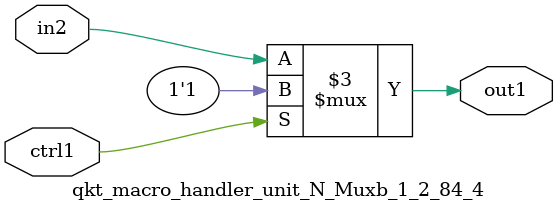
<source format=v>

`timescale 1ps / 1ps


module qkt_macro_handler_unit_N_Muxb_1_2_84_4( in2, ctrl1, out1 );

    input in2;
    input ctrl1;
    output out1;
    reg out1;

    
    // rtl_process:qkt_macro_handler_unit_N_Muxb_1_2_84_4/qkt_macro_handler_unit_N_Muxb_1_2_84_4_thread_1
    always @*
      begin : qkt_macro_handler_unit_N_Muxb_1_2_84_4_thread_1
        case (ctrl1) 
          1'b1: 
            begin
              out1 = 1'b1;
            end
          default: 
            begin
              out1 = in2;
            end
        endcase
      end

endmodule



</source>
